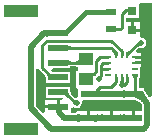
<source format=gtl>
G04*
G04 #@! TF.GenerationSoftware,Altium Limited,Altium Designer,25.8.1 (18)*
G04*
G04 Layer_Physical_Order=1*
G04 Layer_Color=255*
%FSLAX25Y25*%
%MOIN*%
G70*
G04*
G04 #@! TF.SameCoordinates,31E2A41C-BC31-4C51-A6E1-2EC11E0042B4*
G04*
G04*
G04 #@! TF.FilePolarity,Positive*
G04*
G01*
G75*
%ADD11C,0.02000*%
%ADD16R,0.03150X0.03150*%
%ADD17R,0.03500X0.02400*%
%ADD18R,0.04700X0.04000*%
%ADD19R,0.06700X0.02400*%
%ADD20R,0.05787X0.02441*%
%ADD25R,0.00984X0.01870*%
%ADD26R,0.01870X0.00984*%
%ADD27R,0.11200X0.03900*%
%ADD28C,0.01000*%
%ADD29C,0.01500*%
%ADD30C,0.02000*%
G36*
X117547Y135115D02*
X116198Y135198D01*
Y137198D01*
X117547Y137491D01*
Y135115D01*
D02*
G37*
G36*
X151980Y115275D02*
X151181Y114944D01*
X150826Y115298D01*
X149594Y117405D01*
Y117920D01*
X147777D01*
X147774Y117939D01*
X147769Y117996D01*
Y120537D01*
X147949Y121263D01*
X147972D01*
Y121263D01*
X148180D01*
X148182Y121975D01*
X148180Y121983D01*
Y124900D01*
X148480D01*
Y125892D01*
X146545D01*
Y126892D01*
X148480D01*
Y127860D01*
X146545D01*
Y128860D01*
X148480D01*
Y129852D01*
X147138D01*
X146832Y130591D01*
X147718Y131478D01*
X147837Y131399D01*
X148500Y131267D01*
X149163Y131399D01*
X149726Y131774D01*
X150101Y132337D01*
X150233Y133000D01*
X150101Y133663D01*
X149726Y134226D01*
X149163Y134601D01*
X148500Y134733D01*
X148075Y135464D01*
Y136850D01*
X145500D01*
Y137350D01*
X145000D01*
Y139925D01*
X143359D01*
Y141375D01*
X147775D01*
Y145924D01*
X148345Y146481D01*
X151980D01*
Y115275D01*
D02*
G37*
G36*
X124223Y132287D02*
X124255Y132202D01*
X124307Y132127D01*
X124378Y132062D01*
X124470Y132007D01*
X124581Y131962D01*
X124712Y131927D01*
X124862Y131902D01*
X125032Y131887D01*
X125223Y131882D01*
Y130882D01*
X125032Y130877D01*
X124862Y130862D01*
X124712Y130837D01*
X124581Y130802D01*
X124470Y130757D01*
X124378Y130702D01*
X124307Y130637D01*
X124255Y130562D01*
X124223Y130477D01*
X124211Y130382D01*
Y132382D01*
X124223Y132287D01*
D02*
G37*
G36*
X140480Y129923D02*
X139532Y128980D01*
X139523Y129121D01*
X139499Y129263D01*
X139462Y129404D01*
X139411Y129546D01*
X139346Y129687D01*
X139267Y129829D01*
X139174Y129970D01*
X139068Y130112D01*
X138947Y130253D01*
X138813Y130394D01*
X139638Y130984D01*
X140480Y129923D01*
D02*
G37*
G36*
X145124Y129907D02*
X144990Y129766D01*
X144869Y129624D01*
X144763Y129483D01*
X144670Y129342D01*
X144591Y129200D01*
X144526Y129059D01*
X144475Y128917D01*
X144438Y128776D01*
X144414Y128635D01*
X144405Y128493D01*
X143457Y129923D01*
X143515Y129930D01*
X143582Y129951D01*
X143658Y129987D01*
X143742Y130036D01*
X143835Y130100D01*
X143937Y130178D01*
X144168Y130376D01*
X144433Y130630D01*
X145124Y129907D01*
D02*
G37*
G36*
X127662Y125862D02*
X126662Y125961D01*
Y126961D01*
X127662Y127461D01*
Y125862D01*
D02*
G37*
G36*
X124223Y127366D02*
X124255Y127281D01*
X124307Y127206D01*
X124378Y127141D01*
X124470Y127086D01*
X124581Y127041D01*
X124712Y127006D01*
X124862Y126981D01*
X125032Y126966D01*
X125223Y126961D01*
Y125961D01*
X125032Y125956D01*
X124862Y125941D01*
X124712Y125916D01*
X124581Y125881D01*
X124470Y125836D01*
X124378Y125781D01*
X124307Y125716D01*
X124255Y125641D01*
X124223Y125556D01*
X124211Y125461D01*
Y127461D01*
X124223Y127366D01*
D02*
G37*
G36*
X135948Y124005D02*
X135907Y123934D01*
X135870Y123847D01*
X135838Y123745D01*
X135811Y123628D01*
X135789Y123496D01*
X135752Y123009D01*
X135750Y122817D01*
X134750Y124024D01*
X135250D01*
X135995Y124062D01*
X135948Y124005D01*
D02*
G37*
G36*
X135603Y121897D02*
X135547Y121839D01*
X135420Y121694D01*
X135391Y121655D01*
X135369Y121620D01*
X135354Y121590D01*
X135346Y121564D01*
X135345Y121543D01*
X135350Y121526D01*
X134332Y121986D01*
X134689Y122396D01*
X135603Y121897D01*
D02*
G37*
G36*
X117688Y123300D02*
X117830Y123180D01*
X117971Y123074D01*
X118112Y122982D01*
X118254Y122904D01*
X118395Y122840D01*
X118537Y122791D01*
X118678Y122756D01*
X118819Y122734D01*
X118961Y122727D01*
X117547Y121313D01*
X117540Y121455D01*
X117518Y121596D01*
X117483Y121737D01*
X117434Y121879D01*
X117370Y122020D01*
X117292Y122162D01*
X117200Y122303D01*
X117094Y122444D01*
X116974Y122586D01*
X116840Y122727D01*
X117547Y123434D01*
X117688Y123300D01*
D02*
G37*
G36*
X147045Y120975D02*
X146045D01*
X145622Y121975D01*
X147468D01*
X147045Y120975D01*
D02*
G37*
G36*
X126950Y125215D02*
Y125150D01*
X127434D01*
Y123850D01*
X126950D01*
Y118450D01*
X126950D01*
X127406Y117839D01*
Y115067D01*
X127158Y114863D01*
X127101Y114843D01*
X126606Y114777D01*
X125280Y116103D01*
X125232Y116160D01*
X125152Y116265D01*
X125086Y116366D01*
X125033Y116461D01*
X124993Y116549D01*
X124963Y116632D01*
X124942Y116710D01*
X124935Y116755D01*
Y118518D01*
X116835D01*
Y114718D01*
X122280D01*
X122295Y114697D01*
X121886Y113897D01*
X121385D01*
Y111697D01*
X120885D01*
Y111197D01*
X116535D01*
Y110048D01*
X115735Y109717D01*
X113536Y111915D01*
Y124394D01*
X114336Y124473D01*
X114370Y124306D01*
X114635Y123909D01*
X116487Y122056D01*
X116536Y121999D01*
X116615Y121894D01*
X116679Y121795D01*
X116731Y121701D01*
X116770Y121614D01*
X116799Y121532D01*
X116818Y121456D01*
X116829Y121384D01*
X116834Y121277D01*
X116835Y121274D01*
Y119639D01*
X124935D01*
Y123439D01*
X119000D01*
X118997Y123440D01*
X118890Y123445D01*
X118818Y123456D01*
X118796Y123462D01*
X118587Y123906D01*
X119016Y124561D01*
X124935D01*
Y125229D01*
X124952Y125232D01*
X125009Y125237D01*
X126726D01*
X126950Y125215D01*
D02*
G37*
G36*
X142478Y120372D02*
X142495Y120178D01*
X142509Y120093D01*
X142528Y120014D01*
X142551Y119943D01*
X142578Y119879D01*
X142609Y119822D01*
X142644Y119773D01*
X142666Y119749D01*
X142690Y119733D01*
X142730Y119721D01*
X142775Y119720D01*
X142825Y119730D01*
X142880Y119751D01*
X142940Y119782D01*
X143005Y119825D01*
X143074Y119879D01*
X143148Y119944D01*
X143227Y120020D01*
X143774Y119153D01*
X142836Y118451D01*
X142658Y119730D01*
X141283Y119697D01*
X141320Y119741D01*
X141353Y119791D01*
X141382Y119849D01*
X141407Y119913D01*
X141428Y119985D01*
X141446Y120064D01*
X141459Y120150D01*
X141469Y120244D01*
X141476Y120452D01*
X142476Y120479D01*
X142478Y120372D01*
D02*
G37*
G36*
X147050Y118018D02*
X147065Y117849D01*
X147090Y117699D01*
X147125Y117569D01*
X147170Y117458D01*
X147225Y117368D01*
X147290Y117298D01*
X147365Y117248D01*
X147450Y117218D01*
X147545Y117209D01*
X145545D01*
X145640Y117218D01*
X145725Y117248D01*
X145800Y117298D01*
X145865Y117368D01*
X145920Y117458D01*
X145965Y117569D01*
X146000Y117699D01*
X146025Y117849D01*
X146040Y118018D01*
X146045Y118209D01*
X147045D01*
X147050Y118018D01*
D02*
G37*
G36*
X143118Y117005D02*
X143382Y117000D01*
Y115000D01*
X143118Y114999D01*
Y114792D01*
X141884Y114920D01*
X141562Y114898D01*
X141462Y114867D01*
X141402Y114831D01*
X141382Y114792D01*
Y114972D01*
X141118Y115000D01*
Y117000D01*
X141382Y117027D01*
Y117209D01*
X141402Y117169D01*
X141462Y117133D01*
X141562Y117102D01*
X141702Y117075D01*
X141763Y117067D01*
X143118Y117209D01*
Y117005D01*
D02*
G37*
G36*
X124220Y116703D02*
X124243Y116561D01*
X124280Y116420D01*
X124331Y116279D01*
X124396Y116137D01*
X124475Y115996D01*
X124568Y115854D01*
X124675Y115713D01*
X124795Y115571D01*
X124930Y115430D01*
X124223Y114723D01*
X124081Y114857D01*
X123940Y114978D01*
X123798Y115085D01*
X123657Y115178D01*
X123515Y115256D01*
X123374Y115321D01*
X123233Y115372D01*
X123091Y115410D01*
X122950Y115433D01*
X122808Y115442D01*
X124211Y116844D01*
X124220Y116703D01*
D02*
G37*
G36*
X146260Y114077D02*
X146475Y114043D01*
X146693Y113987D01*
X146917Y113907D01*
X147146Y113803D01*
X147382Y113672D01*
X147623Y113515D01*
X147870Y113329D01*
X148022Y113200D01*
X148860Y112362D01*
Y110346D01*
X146500D01*
Y108126D01*
X145500D01*
Y110346D01*
X139000D01*
Y108126D01*
X138000D01*
Y110346D01*
X134606D01*
Y110284D01*
X131500D01*
Y108063D01*
X130500D01*
Y110284D01*
X127106D01*
Y109883D01*
X126269Y109796D01*
X125235D01*
Y111246D01*
X125245Y111256D01*
X126035Y111600D01*
X126337Y111399D01*
X127000Y111267D01*
X127663Y111399D01*
X128226Y111774D01*
X128601Y112337D01*
X128733Y113000D01*
X128690Y113216D01*
X129254Y114016D01*
X134132D01*
X134594Y114016D01*
X134594Y114016D01*
X134906Y114079D01*
Y114079D01*
X141373D01*
X141382Y114078D01*
X142094Y114079D01*
X142406D01*
X143118Y114078D01*
X143127Y114079D01*
X146210D01*
X146260Y114077D01*
D02*
G37*
G36*
X150296Y114792D02*
X148882Y113377D01*
X148599Y113646D01*
X148316Y113887D01*
X148033Y114100D01*
X147750Y114284D01*
X147468Y114441D01*
X147185Y114570D01*
X146902Y114670D01*
X146619Y114743D01*
X146336Y114787D01*
X146053Y114804D01*
X148882Y117209D01*
X150296Y114792D01*
D02*
G37*
G36*
X126150Y114214D02*
X126298Y114093D01*
X126369Y114047D01*
X126437Y114010D01*
X126504Y113983D01*
X126567Y113965D01*
X126629Y113956D01*
X126688Y113957D01*
X126745Y113967D01*
X126028Y112764D01*
X126015Y112807D01*
X125995Y112853D01*
X125967Y112903D01*
X125933Y112958D01*
X125891Y113016D01*
X125787Y113145D01*
X125654Y113290D01*
X125577Y113368D01*
X126072Y114288D01*
X126150Y114214D01*
D02*
G37*
G36*
X143118Y109131D02*
X143382Y109126D01*
Y107126D01*
X143118Y107124D01*
Y106918D01*
X141884Y107046D01*
X141562Y107024D01*
X141462Y106993D01*
X141402Y106957D01*
X141382Y106918D01*
Y107098D01*
X141118Y107126D01*
Y109126D01*
X141382Y109153D01*
Y109334D01*
X141402Y109295D01*
X141462Y109259D01*
X141562Y109228D01*
X141702Y109201D01*
X141763Y109193D01*
X143118Y109334D01*
Y109131D01*
D02*
G37*
G36*
X135618Y109097D02*
X135882Y109095D01*
Y107095D01*
X135618Y107093D01*
Y106918D01*
X134429Y107023D01*
X134202Y107008D01*
X134062Y106977D01*
X133962Y106941D01*
X133902Y106900D01*
X133882Y106854D01*
Y107071D01*
X133618Y107095D01*
Y109095D01*
X133882Y109126D01*
Y109272D01*
X133902Y109238D01*
X133962Y109208D01*
X134062Y109181D01*
X134180Y109162D01*
X135618Y109334D01*
Y109097D01*
D02*
G37*
G36*
X128118Y106854D02*
X126118Y107063D01*
Y109063D01*
X128118Y109272D01*
Y106854D01*
D02*
G37*
%LPC*%
G36*
X148075Y139925D02*
X146000D01*
Y137850D01*
X148075D01*
Y139925D01*
D02*
G37*
G36*
X120385Y113897D02*
X116535D01*
Y112197D01*
X120385D01*
Y113897D01*
D02*
G37*
%LPD*%
D11*
X131032Y115969D02*
X138469D01*
X116198Y136198D02*
X120779D01*
X111803Y131803D02*
X116198Y136198D01*
X111803Y111197D02*
Y131803D01*
X120779Y136198D02*
X120885Y136303D01*
X111803Y111197D02*
X118500Y104500D01*
X149422D01*
X120885Y111697D02*
X121000Y111582D01*
Y110000D02*
Y111582D01*
Y110000D02*
X122937Y108063D01*
X131000D01*
X131032Y108095D02*
X138469D01*
X131000Y108063D02*
X131032Y108095D01*
X138469D02*
X138500Y108126D01*
X146000D01*
X150594Y105672D02*
Y113080D01*
X149422Y104500D02*
X150594Y105672D01*
X131000Y115937D02*
X131032Y115969D01*
X138469D02*
X138500Y116000D01*
X146000D01*
X147673D01*
X150594Y113080D01*
D16*
X145500Y143650D02*
D03*
Y137350D02*
D03*
D17*
X138500Y137550D02*
D03*
Y143450D02*
D03*
D18*
X130000Y121150D02*
D03*
Y127850D02*
D03*
D19*
X120885Y136303D02*
D03*
Y131382D02*
D03*
Y126461D02*
D03*
Y121539D02*
D03*
Y116618D02*
D03*
Y111697D02*
D03*
D20*
X146000Y116000D02*
D03*
Y108126D02*
D03*
X131000Y115937D02*
D03*
Y108063D02*
D03*
X138500Y116000D02*
D03*
Y108126D02*
D03*
D25*
X140000Y129000D02*
D03*
X141969D02*
D03*
X143937D02*
D03*
Y121815D02*
D03*
X141969D02*
D03*
X140000D02*
D03*
D26*
X146545Y128360D02*
D03*
Y126392D02*
D03*
Y124423D02*
D03*
Y122455D02*
D03*
X137392D02*
D03*
Y124423D02*
D03*
Y126392D02*
D03*
Y128360D02*
D03*
D27*
X108286Y143587D02*
D03*
Y104413D02*
D03*
D28*
X145150Y144000D02*
X145500Y143650D01*
X143500Y144000D02*
X145150D01*
X142136Y142636D02*
X143500Y144000D01*
X142136Y138136D02*
Y142636D01*
X141550Y137550D02*
X142136Y138136D01*
X138500Y137550D02*
X141550D01*
X133394Y117129D02*
X134765Y118500D01*
X142000Y119000D02*
X142914D01*
X131000Y115937D02*
X132673D01*
X134765Y118500D02*
X138500D01*
X133394Y116657D02*
Y117129D01*
X141976Y119024D02*
Y121807D01*
X141969Y121815D02*
X141976Y121807D01*
X138500Y118500D02*
X140000Y120000D01*
X132673Y115937D02*
X133394Y116657D01*
X141976Y119024D02*
X142000Y119000D01*
X140000Y120000D02*
Y121815D01*
X142914Y119000D02*
X143929Y120015D01*
Y121807D01*
X143937Y121815D01*
X143945Y129435D02*
X147318Y132809D01*
X148309D01*
X148500Y133000D01*
X135250Y124024D02*
X135641Y124415D01*
X137384D01*
X137392Y124423D01*
X135250Y124024D02*
Y125798D01*
X134000Y121000D02*
X135250Y122250D01*
Y124024D01*
Y125798D02*
X135836Y126384D01*
X137384D01*
X137392Y126392D01*
X133550Y123560D02*
Y127050D01*
X132640Y122650D02*
X133550Y123560D01*
X131500Y122650D02*
X132640D01*
X133550Y127050D02*
X134852Y128352D01*
X137384D01*
X137392Y128360D01*
X120885Y131382D02*
X138532D01*
X146000Y116000D02*
X146545Y116545D01*
Y122455D01*
X115500Y124774D02*
X118735Y121539D01*
X115500Y124774D02*
Y132244D01*
X117038Y133782D01*
X118735Y121539D02*
X120885D01*
X117038Y133782D02*
X138537D01*
X141961Y130358D01*
Y129008D02*
Y130358D01*
Y129008D02*
X141969Y129000D01*
X138532Y131382D02*
X140000Y129914D01*
Y129000D02*
Y129914D01*
X126809Y113191D02*
X127000Y113000D01*
X126461Y113191D02*
X126809D01*
X123035Y116618D02*
X126461Y113191D01*
X120885Y116618D02*
X123035D01*
X130000Y121150D02*
X131500Y122650D01*
X128611Y126461D02*
X130000Y127850D01*
X120885Y126461D02*
X128611D01*
D29*
X130182Y143450D02*
X138500D01*
X123035Y136303D02*
X130182Y143450D01*
X120885Y136303D02*
X123035D01*
X132673Y108063D02*
X133144Y107592D01*
D30*
X142000Y119000D02*
D03*
X150000Y136000D02*
D03*
Y119500D02*
D03*
X148500Y133000D02*
D03*
X134500Y121000D02*
D03*
X126000Y108000D02*
D03*
X115000Y116500D02*
D03*
Y120000D02*
D03*
Y113500D02*
D03*
X127000Y113000D02*
D03*
M02*

</source>
